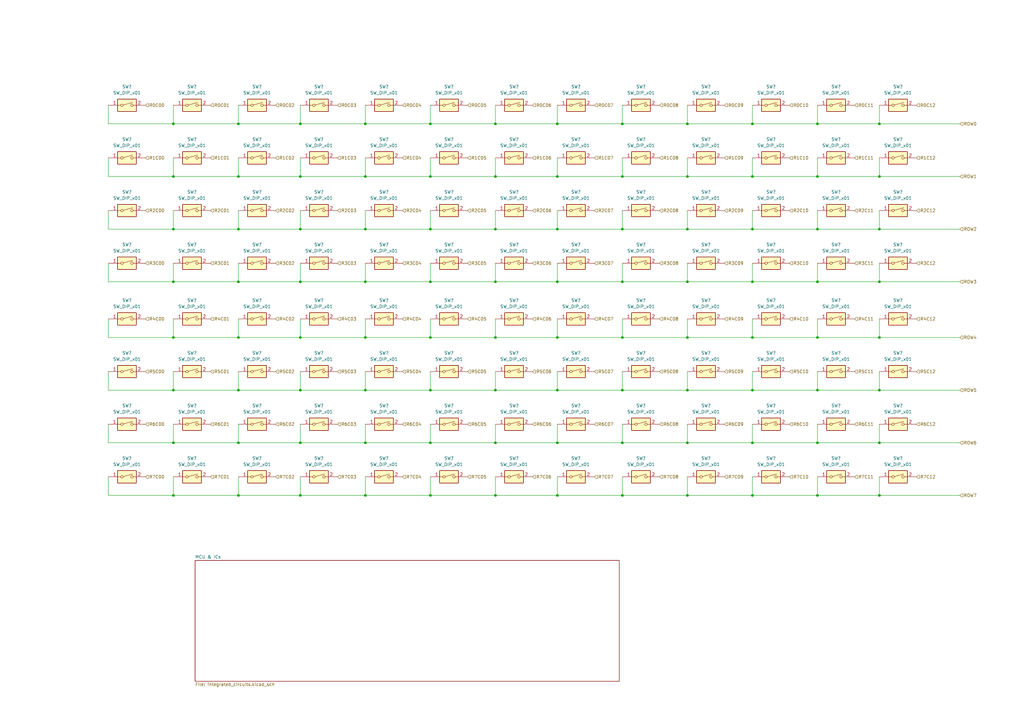
<source format=kicad_sch>
(kicad_sch (version 20211123) (generator eeschema)
  (paper "A3")
  (lib_symbols
    (symbol "Switch:SW_DIP_x01" (pin_names (offset 0) hide)
      (property "Reference" "SW" (at 0 3.81 0))
      (property "Value" "SW_DIP_x01" (at 0 -3.81 0))
      (symbol "SW_DIP_x01_0_0"
        (circle (center -2.032 0) (radius 0.508))
        (polyline (pts (xy -1.524 0.127) (xy 2.3622 1.1684)))
        (circle (center 2.032 0) (radius 0.508))
      )
      (symbol "SW_DIP_x01_0_1"
        (rectangle (start -3.81 2.54) (end 3.81 -2.54) (stroke (width 0.254)) (fill (type background)))
      )
      (symbol "SW_DIP_x01_1_1"
        (pin passive line (at -7.62 0 0) (length 5.08) (name "~") (number "1"))
        (pin passive line (at 7.62 0 180) (length 5.08) (name "~") (number "2"))
      )
    )
  )
  (junction (at 255.27 115.57))
  (junction (at 71.12 50.8))
  (junction (at 255.27 203.2))
  (junction (at 255.27 50.8))
  (junction (at 149.86 93.98))
  (junction (at 228.6 115.57))
  (junction (at 176.53 115.57))
  (junction (at 228.6 181.61))
  (junction (at 308.61 160.02))
  (junction (at 176.53 93.98))
  (junction (at 97.79 160.02))
  (junction (at 360.68 203.2))
  (junction (at 335.28 181.61))
  (junction (at 308.61 72.39))
  (junction (at 203.2 115.57))
  (junction (at 203.2 50.8))
  (junction (at 123.19 72.39))
  (junction (at 335.28 115.57))
  (junction (at 123.19 93.98))
  (junction (at 228.6 138.43))
  (junction (at 360.68 93.98))
  (junction (at 360.68 72.39))
  (junction (at 228.6 50.8))
  (junction (at 149.86 72.39))
  (junction (at 71.12 115.57))
  (junction (at 281.94 160.02))
  (junction (at 176.53 181.61))
  (junction (at 360.68 160.02))
  (junction (at 308.61 93.98))
  (junction (at 123.19 181.61))
  (junction (at 335.28 160.02))
  (junction (at 335.28 203.2))
  (junction (at 281.94 138.43))
  (junction (at 71.12 203.2))
  (junction (at 71.12 138.43))
  (junction (at 281.94 72.39))
  (junction (at 97.79 93.98))
  (junction (at 97.79 50.8))
  (junction (at 335.28 50.8))
  (junction (at 176.53 72.39))
  (junction (at 308.61 181.61))
  (junction (at 203.2 93.98))
  (junction (at 97.79 72.39))
  (junction (at 123.19 160.02))
  (junction (at 281.94 115.57))
  (junction (at 203.2 203.2))
  (junction (at 281.94 50.8))
  (junction (at 308.61 203.2))
  (junction (at 149.86 138.43))
  (junction (at 149.86 50.8))
  (junction (at 176.53 50.8))
  (junction (at 281.94 93.98))
  (junction (at 71.12 93.98))
  (junction (at 71.12 160.02))
  (junction (at 228.6 72.39))
  (junction (at 149.86 203.2))
  (junction (at 123.19 50.8))
  (junction (at 97.79 203.2))
  (junction (at 255.27 72.39))
  (junction (at 255.27 93.98))
  (junction (at 71.12 72.39))
  (junction (at 123.19 138.43))
  (junction (at 255.27 160.02))
  (junction (at 228.6 160.02))
  (junction (at 335.28 93.98))
  (junction (at 308.61 115.57))
  (junction (at 123.19 115.57))
  (junction (at 176.53 160.02))
  (junction (at 97.79 181.61))
  (junction (at 281.94 203.2))
  (junction (at 176.53 203.2))
  (junction (at 149.86 160.02))
  (junction (at 255.27 181.61))
  (junction (at 335.28 72.39))
  (junction (at 360.68 50.8))
  (junction (at 308.61 50.8))
  (junction (at 335.28 138.43))
  (junction (at 97.79 115.57))
  (junction (at 203.2 138.43))
  (junction (at 360.68 138.43))
  (junction (at 149.86 181.61))
  (junction (at 149.86 115.57))
  (junction (at 176.53 138.43))
  (junction (at 360.68 115.57))
  (junction (at 123.19 203.2))
  (junction (at 97.79 138.43))
  (junction (at 71.12 181.61))
  (junction (at 228.6 93.98))
  (junction (at 203.2 181.61))
  (junction (at 228.6 203.2))
  (junction (at 255.27 138.43))
  (junction (at 281.94 181.61))
  (junction (at 308.61 138.43))
  (junction (at 360.68 181.61))
  (junction (at 203.2 160.02))
  (junction (at 203.2 72.39))
  (wire (pts (xy 360.68 160.02) (xy 393.7 160.02)))
  (wire (pts (xy 360.68 152.4) (xy 360.68 160.02)))
  (wire (pts (xy 123.19 203.2) (xy 149.86 203.2)))
  (wire (pts (xy 176.53 160.02) (xy 203.2 160.02)))
  (wire (pts (xy 308.61 195.58) (xy 308.61 203.2)))
  (wire (pts (xy 360.68 203.2) (xy 393.7 203.2)))
  (wire (pts (xy 255.27 72.39) (xy 281.94 72.39)))
  (wire (pts (xy 71.12 181.61) (xy 97.79 181.61)))
  (wire (pts (xy 255.27 64.77) (xy 255.27 72.39)))
  (wire (pts (xy 255.27 160.02) (xy 281.94 160.02)))
  (wire (pts (xy 123.19 195.58) (xy 123.19 203.2)))
  (wire (pts (xy 203.2 115.57) (xy 228.6 115.57)))
  (wire (pts (xy 228.6 43.18) (xy 228.6 50.8)))
  (wire (pts (xy 308.61 115.57) (xy 335.28 115.57)))
  (wire (pts (xy 360.68 50.8) (xy 393.7 50.8)))
  (wire (pts (xy 335.28 43.18) (xy 335.28 50.8)))
  (wire (pts (xy 335.28 203.2) (xy 360.68 203.2)))
  (wire (pts (xy 71.12 203.2) (xy 97.79 203.2)))
  (wire (pts (xy 255.27 195.58) (xy 255.27 203.2)))
  (wire (pts (xy 203.2 203.2) (xy 228.6 203.2)))
  (wire (pts (xy 360.68 115.57) (xy 393.7 115.57)))
  (wire (pts (xy 44.45 203.2) (xy 71.12 203.2)))
  (wire (pts (xy 44.45 72.39) (xy 71.12 72.39)))
  (wire (pts (xy 255.27 43.18) (xy 255.27 50.8)))
  (wire (pts (xy 281.94 203.2) (xy 308.61 203.2)))
  (wire (pts (xy 335.28 173.99) (xy 335.28 181.61)))
  (wire (pts (xy 123.19 181.61) (xy 149.86 181.61)))
  (wire (pts (xy 281.94 115.57) (xy 308.61 115.57)))
  (wire (pts (xy 149.86 43.18) (xy 149.86 50.8)))
  (wire (pts (xy 360.68 93.98) (xy 393.7 93.98)))
  (wire (pts (xy 71.12 64.77) (xy 71.12 72.39)))
  (wire (pts (xy 44.45 181.61) (xy 71.12 181.61)))
  (wire (pts (xy 97.79 93.98) (xy 123.19 93.98)))
  (wire (pts (xy 308.61 64.77) (xy 308.61 72.39)))
  (wire (pts (xy 360.68 43.18) (xy 360.68 50.8)))
  (wire (pts (xy 97.79 86.36) (xy 97.79 93.98)))
  (wire (pts (xy 44.45 152.4) (xy 44.45 160.02)))
  (wire (pts (xy 281.94 93.98) (xy 308.61 93.98)))
  (wire (pts (xy 176.53 138.43) (xy 203.2 138.43)))
  (wire (pts (xy 44.45 138.43) (xy 71.12 138.43)))
  (wire (pts (xy 203.2 152.4) (xy 203.2 160.02)))
  (wire (pts (xy 71.12 107.95) (xy 71.12 115.57)))
  (wire (pts (xy 71.12 152.4) (xy 71.12 160.02)))
  (wire (pts (xy 255.27 138.43) (xy 281.94 138.43)))
  (wire (pts (xy 281.94 152.4) (xy 281.94 160.02)))
  (wire (pts (xy 228.6 160.02) (xy 255.27 160.02)))
  (wire (pts (xy 97.79 181.61) (xy 123.19 181.61)))
  (wire (pts (xy 228.6 115.57) (xy 255.27 115.57)))
  (wire (pts (xy 123.19 107.95) (xy 123.19 115.57)))
  (wire (pts (xy 308.61 181.61) (xy 335.28 181.61)))
  (wire (pts (xy 335.28 195.58) (xy 335.28 203.2)))
  (wire (pts (xy 228.6 72.39) (xy 255.27 72.39)))
  (wire (pts (xy 97.79 173.99) (xy 97.79 181.61)))
  (wire (pts (xy 149.86 72.39) (xy 176.53 72.39)))
  (wire (pts (xy 176.53 115.57) (xy 203.2 115.57)))
  (wire (pts (xy 149.86 138.43) (xy 176.53 138.43)))
  (wire (pts (xy 335.28 50.8) (xy 360.68 50.8)))
  (wire (pts (xy 203.2 64.77) (xy 203.2 72.39)))
  (wire (pts (xy 308.61 160.02) (xy 335.28 160.02)))
  (wire (pts (xy 335.28 64.77) (xy 335.28 72.39)))
  (wire (pts (xy 228.6 138.43) (xy 255.27 138.43)))
  (wire (pts (xy 176.53 173.99) (xy 176.53 181.61)))
  (wire (pts (xy 176.53 203.2) (xy 203.2 203.2)))
  (wire (pts (xy 203.2 72.39) (xy 228.6 72.39)))
  (wire (pts (xy 281.94 50.8) (xy 308.61 50.8)))
  (wire (pts (xy 149.86 152.4) (xy 149.86 160.02)))
  (wire (pts (xy 255.27 107.95) (xy 255.27 115.57)))
  (wire (pts (xy 360.68 173.99) (xy 360.68 181.61)))
  (wire (pts (xy 176.53 43.18) (xy 176.53 50.8)))
  (wire (pts (xy 281.94 195.58) (xy 281.94 203.2)))
  (wire (pts (xy 281.94 43.18) (xy 281.94 50.8)))
  (wire (pts (xy 44.45 160.02) (xy 71.12 160.02)))
  (wire (pts (xy 123.19 115.57) (xy 149.86 115.57)))
  (wire (pts (xy 44.45 115.57) (xy 71.12 115.57)))
  (wire (pts (xy 228.6 203.2) (xy 255.27 203.2)))
  (wire (pts (xy 97.79 203.2) (xy 123.19 203.2)))
  (wire (pts (xy 176.53 130.81) (xy 176.53 138.43)))
  (wire (pts (xy 308.61 107.95) (xy 308.61 115.57)))
  (wire (pts (xy 44.45 173.99) (xy 44.45 181.61)))
  (wire (pts (xy 176.53 152.4) (xy 176.53 160.02)))
  (wire (pts (xy 149.86 130.81) (xy 149.86 138.43)))
  (wire (pts (xy 335.28 107.95) (xy 335.28 115.57)))
  (wire (pts (xy 281.94 160.02) (xy 308.61 160.02)))
  (wire (pts (xy 176.53 107.95) (xy 176.53 115.57)))
  (wire (pts (xy 203.2 86.36) (xy 203.2 93.98)))
  (wire (pts (xy 360.68 138.43) (xy 393.7 138.43)))
  (wire (pts (xy 149.86 64.77) (xy 149.86 72.39)))
  (wire (pts (xy 335.28 72.39) (xy 360.68 72.39)))
  (wire (pts (xy 123.19 86.36) (xy 123.19 93.98)))
  (wire (pts (xy 203.2 195.58) (xy 203.2 203.2)))
  (wire (pts (xy 71.12 130.81) (xy 71.12 138.43)))
  (wire (pts (xy 97.79 152.4) (xy 97.79 160.02)))
  (wire (pts (xy 149.86 115.57) (xy 176.53 115.57)))
  (wire (pts (xy 281.94 64.77) (xy 281.94 72.39)))
  (wire (pts (xy 44.45 43.18) (xy 44.45 50.8)))
  (wire (pts (xy 203.2 181.61) (xy 228.6 181.61)))
  (wire (pts (xy 335.28 86.36) (xy 335.28 93.98)))
  (wire (pts (xy 176.53 64.77) (xy 176.53 72.39)))
  (wire (pts (xy 360.68 64.77) (xy 360.68 72.39)))
  (wire (pts (xy 123.19 64.77) (xy 123.19 72.39)))
  (wire (pts (xy 360.68 181.61) (xy 393.7 181.61)))
  (wire (pts (xy 97.79 195.58) (xy 97.79 203.2)))
  (wire (pts (xy 228.6 195.58) (xy 228.6 203.2)))
  (wire (pts (xy 71.12 50.8) (xy 97.79 50.8)))
  (wire (pts (xy 176.53 50.8) (xy 203.2 50.8)))
  (wire (pts (xy 71.12 195.58) (xy 71.12 203.2)))
  (wire (pts (xy 149.86 203.2) (xy 176.53 203.2)))
  (wire (pts (xy 44.45 64.77) (xy 44.45 72.39)))
  (wire (pts (xy 71.12 173.99) (xy 71.12 181.61)))
  (wire (pts (xy 228.6 152.4) (xy 228.6 160.02)))
  (wire (pts (xy 44.45 50.8) (xy 71.12 50.8)))
  (wire (pts (xy 228.6 86.36) (xy 228.6 93.98)))
  (wire (pts (xy 149.86 181.61) (xy 176.53 181.61)))
  (wire (pts (xy 203.2 43.18) (xy 203.2 50.8)))
  (wire (pts (xy 123.19 93.98) (xy 149.86 93.98)))
  (wire (pts (xy 308.61 86.36) (xy 308.61 93.98)))
  (wire (pts (xy 308.61 93.98) (xy 335.28 93.98)))
  (wire (pts (xy 97.79 107.95) (xy 97.79 115.57)))
  (wire (pts (xy 97.79 72.39) (xy 123.19 72.39)))
  (wire (pts (xy 228.6 64.77) (xy 228.6 72.39)))
  (wire (pts (xy 281.94 138.43) (xy 308.61 138.43)))
  (wire (pts (xy 203.2 107.95) (xy 203.2 115.57)))
  (wire (pts (xy 44.45 93.98) (xy 71.12 93.98)))
  (wire (pts (xy 97.79 138.43) (xy 123.19 138.43)))
  (wire (pts (xy 335.28 181.61) (xy 360.68 181.61)))
  (wire (pts (xy 335.28 115.57) (xy 360.68 115.57)))
  (wire (pts (xy 123.19 138.43) (xy 149.86 138.43)))
  (wire (pts (xy 97.79 50.8) (xy 123.19 50.8)))
  (wire (pts (xy 71.12 160.02) (xy 97.79 160.02)))
  (wire (pts (xy 176.53 195.58) (xy 176.53 203.2)))
  (wire (pts (xy 149.86 50.8) (xy 176.53 50.8)))
  (wire (pts (xy 228.6 93.98) (xy 255.27 93.98)))
  (wire (pts (xy 360.68 130.81) (xy 360.68 138.43)))
  (wire (pts (xy 308.61 43.18) (xy 308.61 50.8)))
  (wire (pts (xy 308.61 138.43) (xy 335.28 138.43)))
  (wire (pts (xy 44.45 107.95) (xy 44.45 115.57)))
  (wire (pts (xy 149.86 195.58) (xy 149.86 203.2)))
  (wire (pts (xy 71.12 86.36) (xy 71.12 93.98)))
  (wire (pts (xy 360.68 107.95) (xy 360.68 115.57)))
  (wire (pts (xy 281.94 107.95) (xy 281.94 115.57)))
  (wire (pts (xy 203.2 93.98) (xy 228.6 93.98)))
  (wire (pts (xy 149.86 86.36) (xy 149.86 93.98)))
  (wire (pts (xy 149.86 93.98) (xy 176.53 93.98)))
  (wire (pts (xy 97.79 130.81) (xy 97.79 138.43)))
  (wire (pts (xy 97.79 160.02) (xy 123.19 160.02)))
  (wire (pts (xy 360.68 72.39) (xy 393.7 72.39)))
  (wire (pts (xy 335.28 152.4) (xy 335.28 160.02)))
  (wire (pts (xy 308.61 173.99) (xy 308.61 181.61)))
  (wire (pts (xy 255.27 115.57) (xy 281.94 115.57)))
  (wire (pts (xy 123.19 72.39) (xy 149.86 72.39)))
  (wire (pts (xy 203.2 173.99) (xy 203.2 181.61)))
  (wire (pts (xy 255.27 181.61) (xy 281.94 181.61)))
  (wire (pts (xy 255.27 203.2) (xy 281.94 203.2)))
  (wire (pts (xy 308.61 203.2) (xy 335.28 203.2)))
  (wire (pts (xy 176.53 86.36) (xy 176.53 93.98)))
  (wire (pts (xy 44.45 86.36) (xy 44.45 93.98)))
  (wire (pts (xy 335.28 138.43) (xy 360.68 138.43)))
  (wire (pts (xy 123.19 152.4) (xy 123.19 160.02)))
  (wire (pts (xy 149.86 160.02) (xy 176.53 160.02)))
  (wire (pts (xy 71.12 115.57) (xy 97.79 115.57)))
  (wire (pts (xy 281.94 130.81) (xy 281.94 138.43)))
  (wire (pts (xy 360.68 86.36) (xy 360.68 93.98)))
  (wire (pts (xy 255.27 152.4) (xy 255.27 160.02)))
  (wire (pts (xy 123.19 50.8) (xy 149.86 50.8)))
  (wire (pts (xy 203.2 50.8) (xy 228.6 50.8)))
  (wire (pts (xy 149.86 173.99) (xy 149.86 181.61)))
  (wire (pts (xy 308.61 152.4) (xy 308.61 160.02)))
  (wire (pts (xy 149.86 107.95) (xy 149.86 115.57)))
  (wire (pts (xy 335.28 93.98) (xy 360.68 93.98)))
  (wire (pts (xy 97.79 115.57) (xy 123.19 115.57)))
  (wire (pts (xy 281.94 72.39) (xy 308.61 72.39)))
  (wire (pts (xy 228.6 130.81) (xy 228.6 138.43)))
  (wire (pts (xy 255.27 50.8) (xy 281.94 50.8)))
  (wire (pts (xy 203.2 160.02) (xy 228.6 160.02)))
  (wire (pts (xy 176.53 181.61) (xy 203.2 181.61)))
  (wire (pts (xy 281.94 86.36) (xy 281.94 93.98)))
  (wire (pts (xy 97.79 64.77) (xy 97.79 72.39)))
  (wire (pts (xy 71.12 93.98) (xy 97.79 93.98)))
  (wire (pts (xy 255.27 173.99) (xy 255.27 181.61)))
  (wire (pts (xy 123.19 130.81) (xy 123.19 138.43)))
  (wire (pts (xy 308.61 130.81) (xy 308.61 138.43)))
  (wire (pts (xy 335.28 130.81) (xy 335.28 138.43)))
  (wire (pts (xy 97.79 43.18) (xy 97.79 50.8)))
  (wire (pts (xy 228.6 173.99) (xy 228.6 181.61)))
  (wire (pts (xy 176.53 72.39) (xy 203.2 72.39)))
  (wire (pts (xy 228.6 50.8) (xy 255.27 50.8)))
  (wire (pts (xy 71.12 138.43) (xy 97.79 138.43)))
  (wire (pts (xy 281.94 173.99) (xy 281.94 181.61)))
  (wire (pts (xy 44.45 195.58) (xy 44.45 203.2)))
  (wire (pts (xy 123.19 160.02) (xy 149.86 160.02)))
  (wire (pts (xy 255.27 93.98) (xy 281.94 93.98)))
  (wire (pts (xy 308.61 72.39) (xy 335.28 72.39)))
  (wire (pts (xy 44.45 130.81) (xy 44.45 138.43)))
  (wire (pts (xy 123.19 173.99) (xy 123.19 181.61)))
  (wire (pts (xy 255.27 130.81) (xy 255.27 138.43)))
  (wire (pts (xy 176.53 93.98) (xy 203.2 93.98)))
  (wire (pts (xy 71.12 72.39) (xy 97.79 72.39)))
  (wire (pts (xy 228.6 181.61) (xy 255.27 181.61)))
  (wire (pts (xy 255.27 86.36) (xy 255.27 93.98)))
  (wire (pts (xy 203.2 138.43) (xy 228.6 138.43)))
  (wire (pts (xy 203.2 130.81) (xy 203.2 138.43)))
  (wire (pts (xy 228.6 107.95) (xy 228.6 115.57)))
  (wire (pts (xy 335.28 160.02) (xy 360.68 160.02)))
  (wire (pts (xy 281.94 181.61) (xy 308.61 181.61)))
  (wire (pts (xy 123.19 43.18) (xy 123.19 50.8)))
  (wire (pts (xy 308.61 50.8) (xy 335.28 50.8)))
  (wire (pts (xy 360.68 195.58) (xy 360.68 203.2)))
  (wire (pts (xy 71.12 43.18) (xy 71.12 50.8)))
  (hierarchical_label "R2C08" (shape input) (at 270.51 86.36 0))
  (hierarchical_label "R4C03" (shape input) (at 138.43 130.81 0))
  (hierarchical_label "R4C12" (shape input) (at 375.92 130.81 0))
  (hierarchical_label "ROW4" (shape input) (at 393.7 138.43 0))
  (hierarchical_label "R0C05" (shape input) (at 191.77 43.18 0))
  (hierarchical_label "R2C11" (shape input) (at 350.52 86.36 0))
  (hierarchical_label "R0C10" (shape input) (at 323.85 43.18 0))
  (hierarchical_label "R5C02" (shape input) (at 113.03 152.4 0))
  (hierarchical_label "R0C06" (shape input) (at 218.44 43.18 0))
  (hierarchical_label "R2C09" (shape input) (at 297.18 86.36 0))
  (hierarchical_label "R6C06" (shape input) (at 218.44 173.99 0))
  (hierarchical_label "R5C10" (shape input) (at 323.85 152.4 0))
  (hierarchical_label "R7C02" (shape input) (at 113.03 195.58 0))
  (hierarchical_label "R0C11" (shape input) (at 350.52 43.18 0))
  (hierarchical_label "R6C00" (shape input) (at 59.69 173.99 0))
  (hierarchical_label "R2C12" (shape input) (at 375.92 86.36 0))
  (hierarchical_label "R6C05" (shape input) (at 191.77 173.99 0))
  (hierarchical_label "R7C07" (shape input) (at 243.84 195.58 0))
  (hierarchical_label "R2C04" (shape input) (at 165.1 86.36 0))
  (hierarchical_label "R7C10" (shape input) (at 323.85 195.58 0))
  (hierarchical_label "R1C02" (shape input) (at 113.03 64.77 0))
  (hierarchical_label "R7C12" (shape input) (at 375.92 195.58 0))
  (hierarchical_label "R6C04" (shape input) (at 165.1 173.99 0))
  (hierarchical_label "R3C10" (shape input) (at 323.85 107.95 0))
  (hierarchical_label "R4C04" (shape input) (at 165.1 130.81 0))
  (hierarchical_label "R3C06" (shape input) (at 218.44 107.95 0))
  (hierarchical_label "R3C02" (shape input) (at 113.03 107.95 0))
  (hierarchical_label "R4C09" (shape input) (at 297.18 130.81 0))
  (hierarchical_label "R4C05" (shape input) (at 191.77 130.81 0))
  (hierarchical_label "R7C00" (shape input) (at 59.69 195.58 0))
  (hierarchical_label "R0C12" (shape input) (at 375.92 43.18 0))
  (hierarchical_label "R1C00" (shape input) (at 59.69 64.77 0))
  (hierarchical_label "R3C12" (shape input) (at 375.92 107.95 0))
  (hierarchical_label "R0C00" (shape input) (at 59.69 43.18 0))
  (hierarchical_label "R7C04" (shape input) (at 165.1 195.58 0))
  (hierarchical_label "R6C10" (shape input) (at 323.85 173.99 0))
  (hierarchical_label "R3C01" (shape input) (at 86.36 107.95 0))
  (hierarchical_label "R1C05" (shape input) (at 191.77 64.77 0))
  (hierarchical_label "R3C08" (shape input) (at 270.51 107.95 0))
  (hierarchical_label "R7C05" (shape input) (at 191.77 195.58 0))
  (hierarchical_label "R1C04" (shape input) (at 165.1 64.77 0))
  (hierarchical_label "R1C08" (shape input) (at 270.51 64.77 0))
  (hierarchical_label "R5C11" (shape input) (at 350.52 152.4 0))
  (hierarchical_label "R1C01" (shape input) (at 86.36 64.77 0))
  (hierarchical_label "R5C09" (shape input) (at 297.18 152.4 0))
  (hierarchical_label "R7C01" (shape input) (at 86.36 195.58 0))
  (hierarchical_label "R1C09" (shape input) (at 297.18 64.77 0))
  (hierarchical_label "R3C09" (shape input) (at 297.18 107.95 0))
  (hierarchical_label "R5C01" (shape input) (at 86.36 152.4 0))
  (hierarchical_label "R0C09" (shape input) (at 297.18 43.18 0))
  (hierarchical_label "R0C04" (shape input) (at 165.1 43.18 0))
  (hierarchical_label "ROW3" (shape input) (at 393.7 115.57 0))
  (hierarchical_label "R0C02" (shape input) (at 113.03 43.18 0))
  (hierarchical_label "R2C02" (shape input) (at 113.03 86.36 0))
  (hierarchical_label "R7C08" (shape input) (at 270.51 195.58 0))
  (hierarchical_label "R5C12" (shape input) (at 375.92 152.4 0))
  (hierarchical_label "R0C08" (shape input) (at 270.51 43.18 0))
  (hierarchical_label "R5C03" (shape input) (at 138.43 152.4 0))
  (hierarchical_label "R7C11" (shape input) (at 350.52 195.58 0))
  (hierarchical_label "R3C03" (shape input) (at 138.43 107.95 0))
  (hierarchical_label "R6C02" (shape input) (at 113.03 173.99 0))
  (hierarchical_label "R6C07" (shape input) (at 243.84 173.99 0))
  (hierarchical_label "R4C00" (shape input) (at 59.69 130.81 0))
  (hierarchical_label "R6C03" (shape input) (at 138.43 173.99 0))
  (hierarchical_label "R3C00" (shape input) (at 59.69 107.95 0))
  (hierarchical_label "ROW0" (shape input) (at 393.7 50.8 0))
  (hierarchical_label "R7C03" (shape input) (at 138.43 195.58 0))
  (hierarchical_label "R2C00" (shape input) (at 59.69 86.36 0))
  (hierarchical_label "R3C07" (shape input) (at 243.84 107.95 0))
  (hierarchical_label "R4C08" (shape input) (at 270.51 130.81 0))
  (hierarchical_label "R1C06" (shape input) (at 218.44 64.77 0))
  (hierarchical_label "ROW2" (shape input) (at 393.7 93.98 0))
  (hierarchical_label "R4C10" (shape input) (at 323.85 130.81 0))
  (hierarchical_label "R7C09" (shape input) (at 297.18 195.58 0))
  (hierarchical_label "R2C01" (shape input) (at 86.36 86.36 0))
  (hierarchical_label "R2C06" (shape input) (at 218.44 86.36 0))
  (hierarchical_label "R5C05" (shape input) (at 191.77 152.4 0))
  (hierarchical_label "R6C09" (shape input) (at 297.18 173.99 0))
  (hierarchical_label "R6C12" (shape input) (at 375.92 173.99 0))
  (hierarchical_label "R0C01" (shape input) (at 86.36 43.18 0))
  (hierarchical_label "R6C08" (shape input) (at 270.51 173.99 0))
  (hierarchical_label "R2C07" (shape input) (at 243.84 86.36 0))
  (hierarchical_label "R0C07" (shape input) (at 243.84 43.18 0))
  (hierarchical_label "R5C07" (shape input) (at 243.84 152.4 0))
  (hierarchical_label "R4C06" (shape input) (at 218.44 130.81 0))
  (hierarchical_label "R4C02" (shape input) (at 113.03 130.81 0))
  (hierarchical_label "R5C04" (shape input) (at 165.1 152.4 0))
  (hierarchical_label "R1C11" (shape input) (at 350.52 64.77 0))
  (hierarchical_label "R5C00" (shape input) (at 59.69 152.4 0))
  (hierarchical_label "R4C07" (shape input) (at 243.84 130.81 0))
  (hierarchical_label "R6C11" (shape input) (at 350.52 173.99 0))
  (hierarchical_label "R2C05" (shape input) (at 191.77 86.36 0))
  (hierarchical_label "R2C03" (shape input) (at 138.43 86.36 0))
  (hierarchical_label "ROW6" (shape input) (at 393.7 181.61 0))
  (hierarchical_label "R1C12" (shape input) (at 375.92 64.77 0))
  (hierarchical_label "R4C01" (shape input) (at 86.36 130.81 0))
  (hierarchical_label "ROW5" (shape input) (at 393.7 160.02 0))
  (hierarchical_label "R1C03" (shape input) (at 138.43 64.77 0))
  (hierarchical_label "R7C06" (shape input) (at 218.44 195.58 0))
  (hierarchical_label "R3C11" (shape input) (at 350.52 107.95 0))
  (hierarchical_label "R5C06" (shape input) (at 218.44 152.4 0))
  (hierarchical_label "R4C11" (shape input) (at 350.52 130.81 0))
  (hierarchical_label "R6C01" (shape input) (at 86.36 173.99 0))
  (hierarchical_label "R3C04" (shape input) (at 165.1 107.95 0))
  (hierarchical_label "ROW1" (shape input) (at 393.7 72.39 0))
  (hierarchical_label "R1C10" (shape input) (at 323.85 64.77 0))
  (hierarchical_label "R5C08" (shape input) (at 270.51 152.4 0))
  (hierarchical_label "R0C03" (shape input) (at 138.43 43.18 0))
  (hierarchical_label "R3C05" (shape input) (at 191.77 107.95 0))
  (hierarchical_label "ROW7" (shape input) (at 393.7 203.2 0))
  (hierarchical_label "R1C07" (shape input) (at 243.84 64.77 0))
  (hierarchical_label "R2C10" (shape input) (at 323.85 86.36 0))
  (symbol (lib_id "Switch:SW_DIP_x01") (at 262.89 195.58 0) (unit 1)
    (property "Reference" "SW?" (at 262.89 187.96 0))
    (property "Value" "SW_DIP_x01" (at 262.89 190.5 0))
  )
  (symbol (lib_id "Switch:SW_DIP_x01") (at 130.81 195.58 0) (unit 1)
    (property "Reference" "SW?" (at 130.81 187.96 0))
    (property "Value" "SW_DIP_x01" (at 130.81 190.5 0))
  )
  (symbol (lib_id "Switch:SW_DIP_x01") (at 342.9 173.99 0) (unit 1)
    (property "Reference" "SW?" (at 342.9 166.37 0))
    (property "Value" "SW_DIP_x01" (at 342.9 168.91 0))
  )
  (symbol (lib_id "Switch:SW_DIP_x01") (at 236.22 195.58 0) (unit 1)
    (property "Reference" "SW?" (at 236.22 187.96 0))
    (property "Value" "SW_DIP_x01" (at 236.22 190.5 0))
  )
  (symbol (lib_id "Switch:SW_DIP_x01") (at 78.74 152.4 0) (unit 1)
    (property "Reference" "SW?" (at 78.74 144.78 0))
    (property "Value" "SW_DIP_x01" (at 78.74 147.32 0))
  )
  (symbol (lib_id "Switch:SW_DIP_x01") (at 289.56 43.18 0) (unit 1)
    (property "Reference" "SW?" (at 289.56 35.56 0))
    (property "Value" "SW_DIP_x01" (at 289.56 38.1 0))
  )
  (symbol (lib_id "Switch:SW_DIP_x01") (at 210.82 64.77 0) (unit 1)
    (property "Reference" "SW?" (at 210.82 57.15 0))
    (property "Value" "SW_DIP_x01" (at 210.82 59.69 0))
  )
  (symbol (lib_id "Switch:SW_DIP_x01") (at 289.56 64.77 0) (unit 1)
    (property "Reference" "SW?" (at 289.56 57.15 0))
    (property "Value" "SW_DIP_x01" (at 289.56 59.69 0))
  )
  (symbol (lib_id "Switch:SW_DIP_x01") (at 157.48 86.36 0) (unit 1)
    (property "Reference" "SW?" (at 157.48 78.74 0))
    (property "Value" "SW_DIP_x01" (at 157.48 81.28 0))
  )
  (symbol (lib_id "Switch:SW_DIP_x01") (at 105.41 64.77 0) (unit 1)
    (property "Reference" "SW?" (at 105.41 57.15 0))
    (property "Value" "SW_DIP_x01" (at 105.41 59.69 0))
  )
  (symbol (lib_id "Switch:SW_DIP_x01") (at 210.82 86.36 0) (unit 1)
    (property "Reference" "SW?" (at 210.82 78.74 0))
    (property "Value" "SW_DIP_x01" (at 210.82 81.28 0))
  )
  (symbol (lib_id "Switch:SW_DIP_x01") (at 157.48 152.4 0) (unit 1)
    (property "Reference" "SW?" (at 157.48 144.78 0))
    (property "Value" "SW_DIP_x01" (at 157.48 147.32 0))
  )
  (symbol (lib_id "Switch:SW_DIP_x01") (at 184.15 152.4 0) (unit 1)
    (property "Reference" "SW?" (at 184.15 144.78 0))
    (property "Value" "SW_DIP_x01" (at 184.15 147.32 0))
  )
  (symbol (lib_id "Switch:SW_DIP_x01") (at 316.23 195.58 0) (unit 1)
    (property "Reference" "SW?" (at 316.23 187.96 0))
    (property "Value" "SW_DIP_x01" (at 316.23 190.5 0))
  )
  (symbol (lib_id "Switch:SW_DIP_x01") (at 52.07 107.95 0) (unit 1)
    (property "Reference" "SW?" (at 52.07 100.33 0))
    (property "Value" "SW_DIP_x01" (at 52.07 102.87 0))
  )
  (symbol (lib_id "Switch:SW_DIP_x01") (at 316.23 86.36 0) (unit 1)
    (property "Reference" "SW?" (at 316.23 78.74 0))
    (property "Value" "SW_DIP_x01" (at 316.23 81.28 0))
  )
  (symbol (lib_id "Switch:SW_DIP_x01") (at 157.48 43.18 0) (unit 1)
    (property "Reference" "SW?" (at 157.48 35.56 0))
    (property "Value" "SW_DIP_x01" (at 157.48 38.1 0))
  )
  (symbol (lib_id "Switch:SW_DIP_x01") (at 342.9 195.58 0) (unit 1)
    (property "Reference" "SW?" (at 342.9 187.96 0))
    (property "Value" "SW_DIP_x01" (at 342.9 190.5 0))
  )
  (symbol (lib_id "Switch:SW_DIP_x01") (at 157.48 130.81 0) (unit 1)
    (property "Reference" "SW?" (at 157.48 123.19 0))
    (property "Value" "SW_DIP_x01" (at 157.48 125.73 0))
  )
  (symbol (lib_id "Switch:SW_DIP_x01") (at 368.3 86.36 0) (unit 1)
    (property "Reference" "SW?" (at 368.3 78.74 0))
    (property "Value" "SW_DIP_x01" (at 368.3 81.28 0))
  )
  (symbol (lib_id "Switch:SW_DIP_x01") (at 78.74 64.77 0) (unit 1)
    (property "Reference" "SW?" (at 78.74 57.15 0))
    (property "Value" "SW_DIP_x01" (at 78.74 59.69 0))
  )
  (symbol (lib_id "Switch:SW_DIP_x01") (at 368.3 130.81 0) (unit 1)
    (property "Reference" "SW?" (at 368.3 123.19 0))
    (property "Value" "SW_DIP_x01" (at 368.3 125.73 0))
  )
  (symbol (lib_id "Switch:SW_DIP_x01") (at 52.07 173.99 0) (unit 1)
    (property "Reference" "SW?" (at 52.07 166.37 0))
    (property "Value" "SW_DIP_x01" (at 52.07 168.91 0))
  )
  (symbol (lib_id "Switch:SW_DIP_x01") (at 157.48 173.99 0) (unit 1)
    (property "Reference" "SW?" (at 157.48 166.37 0))
    (property "Value" "SW_DIP_x01" (at 157.48 168.91 0))
  )
  (symbol (lib_id "Switch:SW_DIP_x01") (at 78.74 195.58 0) (unit 1)
    (property "Reference" "SW?" (at 78.74 187.96 0))
    (property "Value" "SW_DIP_x01" (at 78.74 190.5 0))
  )
  (symbol (lib_id "Switch:SW_DIP_x01") (at 262.89 107.95 0) (unit 1)
    (property "Reference" "SW?" (at 262.89 100.33 0))
    (property "Value" "SW_DIP_x01" (at 262.89 102.87 0))
  )
  (symbol (lib_id "Switch:SW_DIP_x01") (at 184.15 43.18 0) (unit 1)
    (property "Reference" "SW?" (at 184.15 35.56 0))
    (property "Value" "SW_DIP_x01" (at 184.15 38.1 0))
  )
  (symbol (lib_id "Switch:SW_DIP_x01") (at 289.56 173.99 0) (unit 1)
    (property "Reference" "SW?" (at 289.56 166.37 0))
    (property "Value" "SW_DIP_x01" (at 289.56 168.91 0))
  )
  (symbol (lib_id "Switch:SW_DIP_x01") (at 105.41 195.58 0) (unit 1)
    (property "Reference" "SW?" (at 105.41 187.96 0))
    (property "Value" "SW_DIP_x01" (at 105.41 190.5 0))
  )
  (symbol (lib_id "Switch:SW_DIP_x01") (at 316.23 43.18 0) (unit 1)
    (property "Reference" "SW?" (at 316.23 35.56 0))
    (property "Value" "SW_DIP_x01" (at 316.23 38.1 0))
  )
  (symbol (lib_id "Switch:SW_DIP_x01") (at 316.23 64.77 0) (unit 1)
    (property "Reference" "SW?" (at 316.23 57.15 0))
    (property "Value" "SW_DIP_x01" (at 316.23 59.69 0))
  )
  (symbol (lib_id "Switch:SW_DIP_x01") (at 342.9 43.18 0) (unit 1)
    (property "Reference" "SW?" (at 342.9 35.56 0))
    (property "Value" "SW_DIP_x01" (at 342.9 38.1 0))
  )
  (symbol (lib_id "Switch:SW_DIP_x01") (at 130.81 107.95 0) (unit 1)
    (property "Reference" "SW?" (at 130.81 100.33 0))
    (property "Value" "SW_DIP_x01" (at 130.81 102.87 0))
  )
  (symbol (lib_id "Switch:SW_DIP_x01") (at 130.81 64.77 0) (unit 1)
    (property "Reference" "SW?" (at 130.81 57.15 0))
    (property "Value" "SW_DIP_x01" (at 130.81 59.69 0))
  )
  (symbol (lib_id "Switch:SW_DIP_x01") (at 236.22 107.95 0) (unit 1)
    (property "Reference" "SW?" (at 236.22 100.33 0))
    (property "Value" "SW_DIP_x01" (at 236.22 102.87 0))
  )
  (symbol (lib_id "Switch:SW_DIP_x01") (at 78.74 173.99 0) (unit 1)
    (property "Reference" "SW?" (at 78.74 166.37 0))
    (property "Value" "SW_DIP_x01" (at 78.74 168.91 0))
  )
  (symbol (lib_id "Switch:SW_DIP_x01") (at 105.41 173.99 0) (unit 1)
    (property "Reference" "SW?" (at 105.41 166.37 0))
    (property "Value" "SW_DIP_x01" (at 105.41 168.91 0))
  )
  (symbol (lib_id "Switch:SW_DIP_x01") (at 342.9 152.4 0) (unit 1)
    (property "Reference" "SW?" (at 342.9 144.78 0))
    (property "Value" "SW_DIP_x01" (at 342.9 147.32 0))
  )
  (symbol (lib_id "Switch:SW_DIP_x01") (at 210.82 130.81 0) (unit 1)
    (property "Reference" "SW?" (at 210.82 123.19 0))
    (property "Value" "SW_DIP_x01" (at 210.82 125.73 0))
  )
  (symbol (lib_id "Switch:SW_DIP_x01") (at 289.56 86.36 0) (unit 1)
    (property "Reference" "SW?" (at 289.56 78.74 0))
    (property "Value" "SW_DIP_x01" (at 289.56 81.28 0))
  )
  (symbol (lib_id "Switch:SW_DIP_x01") (at 368.3 43.18 0) (unit 1)
    (property "Reference" "SW?" (at 368.3 35.56 0))
    (property "Value" "SW_DIP_x01" (at 368.3 38.1 0))
  )
  (symbol (lib_id "Switch:SW_DIP_x01") (at 289.56 130.81 0) (unit 1)
    (property "Reference" "SW?" (at 289.56 123.19 0))
    (property "Value" "SW_DIP_x01" (at 289.56 125.73 0))
  )
  (symbol (lib_id "Switch:SW_DIP_x01") (at 289.56 195.58 0) (unit 1)
    (property "Reference" "SW?" (at 289.56 187.96 0))
    (property "Value" "SW_DIP_x01" (at 289.56 190.5 0))
  )
  (symbol (lib_id "Switch:SW_DIP_x01") (at 105.41 43.18 0) (unit 1)
    (property "Reference" "SW?" (at 105.41 35.56 0))
    (property "Value" "SW_DIP_x01" (at 105.41 38.1 0))
  )
  (symbol (lib_id "Switch:SW_DIP_x01") (at 130.81 43.18 0) (unit 1)
    (property "Reference" "SW?" (at 130.81 35.56 0))
    (property "Value" "SW_DIP_x01" (at 130.81 38.1 0))
  )
  (symbol (lib_id "Switch:SW_DIP_x01") (at 105.41 152.4 0) (unit 1)
    (property "Reference" "SW?" (at 105.41 144.78 0))
    (property "Value" "SW_DIP_x01" (at 105.41 147.32 0))
  )
  (symbol (lib_id "Switch:SW_DIP_x01") (at 289.56 152.4 0) (unit 1)
    (property "Reference" "SW?" (at 289.56 144.78 0))
    (property "Value" "SW_DIP_x01" (at 289.56 147.32 0))
  )
  (symbol (lib_id "Switch:SW_DIP_x01") (at 52.07 64.77 0) (unit 1)
    (property "Reference" "SW?" (at 52.07 57.15 0))
    (property "Value" "SW_DIP_x01" (at 52.07 59.69 0))
  )
  (symbol (lib_id "Switch:SW_DIP_x01") (at 184.15 86.36 0) (unit 1)
    (property "Reference" "SW?" (at 184.15 78.74 0))
    (property "Value" "SW_DIP_x01" (at 184.15 81.28 0))
  )
  (symbol (lib_id "Switch:SW_DIP_x01") (at 184.15 173.99 0) (unit 1)
    (property "Reference" "SW?" (at 184.15 166.37 0))
    (property "Value" "SW_DIP_x01" (at 184.15 168.91 0))
  )
  (symbol (lib_id "Switch:SW_DIP_x01") (at 210.82 173.99 0) (unit 1)
    (property "Reference" "SW?" (at 210.82 166.37 0))
    (property "Value" "SW_DIP_x01" (at 210.82 168.91 0))
  )
  (symbol (lib_id "Switch:SW_DIP_x01") (at 184.15 64.77 0) (unit 1)
    (property "Reference" "SW?" (at 184.15 57.15 0))
    (property "Value" "SW_DIP_x01" (at 184.15 59.69 0))
  )
  (symbol (lib_id "Switch:SW_DIP_x01") (at 210.82 43.18 0) (unit 1)
    (property "Reference" "SW?" (at 210.82 35.56 0))
    (property "Value" "SW_DIP_x01" (at 210.82 38.1 0))
  )
  (symbol (lib_id "Switch:SW_DIP_x01") (at 368.3 64.77 0) (unit 1)
    (property "Reference" "SW?" (at 368.3 57.15 0))
    (property "Value" "SW_DIP_x01" (at 368.3 59.69 0))
  )
  (symbol (lib_id "Switch:SW_DIP_x01") (at 342.9 64.77 0) (unit 1)
    (property "Reference" "SW?" (at 342.9 57.15 0))
    (property "Value" "SW_DIP_x01" (at 342.9 59.69 0))
  )
  (symbol (lib_id "Switch:SW_DIP_x01") (at 184.15 195.58 0) (unit 1)
    (property "Reference" "SW?" (at 184.15 187.96 0))
    (property "Value" "SW_DIP_x01" (at 184.15 190.5 0))
  )
  (symbol (lib_id "Switch:SW_DIP_x01") (at 184.15 107.95 0) (unit 1)
    (property "Reference" "SW?" (at 184.15 100.33 0))
    (property "Value" "SW_DIP_x01" (at 184.15 102.87 0))
  )
  (symbol (lib_id "Switch:SW_DIP_x01") (at 342.9 86.36 0) (unit 1)
    (property "Reference" "SW?" (at 342.9 78.74 0))
    (property "Value" "SW_DIP_x01" (at 342.9 81.28 0))
  )
  (symbol (lib_id "Switch:SW_DIP_x01") (at 236.22 173.99 0) (unit 1)
    (property "Reference" "SW?" (at 236.22 166.37 0))
    (property "Value" "SW_DIP_x01" (at 236.22 168.91 0))
  )
  (symbol (lib_id "Switch:SW_DIP_x01") (at 289.56 107.95 0) (unit 1)
    (property "Reference" "SW?" (at 289.56 100.33 0))
    (property "Value" "SW_DIP_x01" (at 289.56 102.87 0))
  )
  (symbol (lib_id "Switch:SW_DIP_x01") (at 184.15 130.81 0) (unit 1)
    (property "Reference" "SW?" (at 184.15 123.19 0))
    (property "Value" "SW_DIP_x01" (at 184.15 125.73 0))
  )
  (symbol (lib_id "Switch:SW_DIP_x01") (at 262.89 173.99 0) (unit 1)
    (property "Reference" "SW?" (at 262.89 166.37 0))
    (property "Value" "SW_DIP_x01" (at 262.89 168.91 0))
  )
  (symbol (lib_id "Switch:SW_DIP_x01") (at 316.23 107.95 0) (unit 1)
    (property "Reference" "SW?" (at 316.23 100.33 0))
    (property "Value" "SW_DIP_x01" (at 316.23 102.87 0))
  )
  (symbol (lib_id "Switch:SW_DIP_x01") (at 262.89 130.81 0) (unit 1)
    (property "Reference" "SW?" (at 262.89 123.19 0))
    (property "Value" "SW_DIP_x01" (at 262.89 125.73 0))
  )
  (symbol (lib_id "Switch:SW_DIP_x01") (at 52.07 43.18 0) (unit 1)
    (property "Reference" "SW?" (at 52.07 35.56 0))
    (property "Value" "SW_DIP_x01" (at 52.07 38.1 0))
  )
  (symbol (lib_id "Switch:SW_DIP_x01") (at 130.81 130.81 0) (unit 1)
    (property "Reference" "SW?" (at 130.81 123.19 0))
    (property "Value" "SW_DIP_x01" (at 130.81 125.73 0))
  )
  (symbol (lib_id "Switch:SW_DIP_x01") (at 105.41 86.36 0) (unit 1)
    (property "Reference" "SW?" (at 105.41 78.74 0))
    (property "Value" "SW_DIP_x01" (at 105.41 81.28 0))
  )
  (symbol (lib_id "Switch:SW_DIP_x01") (at 130.81 173.99 0) (unit 1)
    (property "Reference" "SW?" (at 130.81 166.37 0))
    (property "Value" "SW_DIP_x01" (at 130.81 168.91 0))
  )
  (symbol (lib_id "Switch:SW_DIP_x01") (at 236.22 43.18 0) (unit 1)
    (property "Reference" "SW?" (at 236.22 35.56 0))
    (property "Value" "SW_DIP_x01" (at 236.22 38.1 0))
  )
  (symbol (lib_id "Switch:SW_DIP_x01") (at 52.07 130.81 0) (unit 1)
    (property "Reference" "SW?" (at 52.07 123.19 0))
    (property "Value" "SW_DIP_x01" (at 52.07 125.73 0))
  )
  (symbol (lib_id "Switch:SW_DIP_x01") (at 210.82 107.95 0) (unit 1)
    (property "Reference" "SW?" (at 210.82 100.33 0))
    (property "Value" "SW_DIP_x01" (at 210.82 102.87 0))
  )
  (symbol (lib_id "Switch:SW_DIP_x01") (at 236.22 152.4 0) (unit 1)
    (property "Reference" "SW?" (at 236.22 144.78 0))
    (property "Value" "SW_DIP_x01" (at 236.22 147.32 0))
  )
  (symbol (lib_id "Switch:SW_DIP_x01") (at 368.3 152.4 0) (unit 1)
    (property "Reference" "SW?" (at 368.3 144.78 0))
    (property "Value" "SW_DIP_x01" (at 368.3 147.32 0))
  )
  (symbol (lib_id "Switch:SW_DIP_x01") (at 210.82 152.4 0) (unit 1)
    (property "Reference" "SW?" (at 210.82 144.78 0))
    (property "Value" "SW_DIP_x01" (at 210.82 147.32 0))
  )
  (symbol (lib_id "Switch:SW_DIP_x01") (at 342.9 130.81 0) (unit 1)
    (property "Reference" "SW?" (at 342.9 123.19 0))
    (property "Value" "SW_DIP_x01" (at 342.9 125.73 0))
  )
  (symbol (lib_id "Switch:SW_DIP_x01") (at 368.3 195.58 0) (unit 1)
    (property "Reference" "SW?" (at 368.3 187.96 0))
    (property "Value" "SW_DIP_x01" (at 368.3 190.5 0))
  )
  (symbol (lib_id "Switch:SW_DIP_x01") (at 157.48 64.77 0) (unit 1)
    (property "Reference" "SW?" (at 157.48 57.15 0))
    (property "Value" "SW_DIP_x01" (at 157.48 59.69 0))
  )
  (symbol (lib_id "Switch:SW_DIP_x01") (at 130.81 152.4 0) (unit 1)
    (property "Reference" "SW?" (at 130.81 144.78 0))
    (property "Value" "SW_DIP_x01" (at 130.81 147.32 0))
  )
  (symbol (lib_id "Switch:SW_DIP_x01") (at 157.48 195.58 0) (unit 1)
    (property "Reference" "SW?" (at 157.48 187.96 0))
    (property "Value" "SW_DIP_x01" (at 157.48 190.5 0))
  )
  (symbol (lib_id "Switch:SW_DIP_x01") (at 368.3 107.95 0) (unit 1)
    (property "Reference" "SW?" (at 368.3 100.33 0))
    (property "Value" "SW_DIP_x01" (at 368.3 102.87 0))
  )
  (symbol (lib_id "Switch:SW_DIP_x01") (at 52.07 195.58 0) (unit 1)
    (property "Reference" "SW?" (at 52.07 187.96 0))
    (property "Value" "SW_DIP_x01" (at 52.07 190.5 0))
  )
  (symbol (lib_id "Switch:SW_DIP_x01") (at 262.89 152.4 0) (unit 1)
    (property "Reference" "SW?" (at 262.89 144.78 0))
    (property "Value" "SW_DIP_x01" (at 262.89 147.32 0))
  )
  (symbol (lib_id "Switch:SW_DIP_x01") (at 262.89 86.36 0) (unit 1)
    (property "Reference" "SW?" (at 262.89 78.74 0))
    (property "Value" "SW_DIP_x01" (at 262.89 81.28 0))
  )
  (symbol (lib_id "Switch:SW_DIP_x01") (at 78.74 130.81 0) (unit 1)
    (property "Reference" "SW?" (at 78.74 123.19 0))
    (property "Value" "SW_DIP_x01" (at 78.74 125.73 0))
  )
  (symbol (lib_id "Switch:SW_DIP_x01") (at 262.89 43.18 0) (unit 1)
    (property "Reference" "SW?" (at 262.89 35.56 0))
    (property "Value" "SW_DIP_x01" (at 262.89 38.1 0))
  )
  (symbol (lib_id "Switch:SW_DIP_x01") (at 262.89 64.77 0) (unit 1)
    (property "Reference" "SW?" (at 262.89 57.15 0))
    (property "Value" "SW_DIP_x01" (at 262.89 59.69 0))
  )
  (symbol (lib_id "Switch:SW_DIP_x01") (at 52.07 86.36 0) (unit 1)
    (property "Reference" "SW?" (at 52.07 78.74 0))
    (property "Value" "SW_DIP_x01" (at 52.07 81.28 0))
  )
  (symbol (lib_id "Switch:SW_DIP_x01") (at 78.74 86.36 0) (unit 1)
    (property "Reference" "SW?" (at 78.74 78.74 0))
    (property "Value" "SW_DIP_x01" (at 78.74 81.28 0))
  )
  (symbol (lib_id "Switch:SW_DIP_x01") (at 52.07 152.4 0) (unit 1)
    (property "Reference" "SW?" (at 52.07 144.78 0))
    (property "Value" "SW_DIP_x01" (at 52.07 147.32 0))
  )
  (symbol (lib_id "Switch:SW_DIP_x01") (at 210.82 195.58 0) (unit 1)
    (property "Reference" "SW?" (at 210.82 187.96 0))
    (property "Value" "SW_DIP_x01" (at 210.82 190.5 0))
  )
  (symbol (lib_id "Switch:SW_DIP_x01") (at 236.22 64.77 0) (unit 1)
    (property "Reference" "SW?" (at 236.22 57.15 0))
    (property "Value" "SW_DIP_x01" (at 236.22 59.69 0))
  )
  (symbol (lib_id "Switch:SW_DIP_x01") (at 316.23 173.99 0) (unit 1)
    (property "Reference" "SW?" (at 316.23 166.37 0))
    (property "Value" "SW_DIP_x01" (at 316.23 168.91 0))
  )
  (symbol (lib_id "Switch:SW_DIP_x01") (at 368.3 173.99 0) (unit 1)
    (property "Reference" "SW?" (at 368.3 166.37 0))
    (property "Value" "SW_DIP_x01" (at 368.3 168.91 0))
  )
  (symbol (lib_id "Switch:SW_DIP_x01") (at 342.9 107.95 0) (unit 1)
    (property "Reference" "SW?" (at 342.9 100.33 0))
    (property "Value" "SW_DIP_x01" (at 342.9 102.87 0))
  )
  (symbol (lib_id "Switch:SW_DIP_x01") (at 316.23 130.81 0) (unit 1)
    (property "Reference" "SW?" (at 316.23 123.19 0))
    (property "Value" "SW_DIP_x01" (at 316.23 125.73 0))
  )
  (symbol (lib_id "Switch:SW_DIP_x01") (at 236.22 130.81 0) (unit 1)
    (property "Reference" "SW?" (at 236.22 123.19 0))
    (property "Value" "SW_DIP_x01" (at 236.22 125.73 0))
  )
  (symbol (lib_id "Switch:SW_DIP_x01") (at 78.74 43.18 0) (unit 1)
    (property "Reference" "SW?" (at 78.74 35.56 0))
    (property "Value" "SW_DIP_x01" (at 78.74 38.1 0))
  )
  (symbol (lib_id "Switch:SW_DIP_x01") (at 236.22 86.36 0) (unit 1)
    (property "Reference" "SW?" (at 236.22 78.74 0))
    (property "Value" "SW_DIP_x01" (at 236.22 81.28 0))
  )
  (symbol (lib_id "Switch:SW_DIP_x01") (at 157.48 107.95 0) (unit 1)
    (property "Reference" "SW?" (at 157.48 100.33 0))
    (property "Value" "SW_DIP_x01" (at 157.48 102.87 0))
  )
  (symbol (lib_id "Switch:SW_DIP_x01") (at 316.23 152.4 0) (unit 1)
    (property "Reference" "SW?" (at 316.23 144.78 0))
    (property "Value" "SW_DIP_x01" (at 316.23 147.32 0))
  )
  (symbol (lib_id "Switch:SW_DIP_x01") (at 130.81 86.36 0) (unit 1)
    (property "Reference" "SW?" (at 130.81 78.74 0))
    (property "Value" "SW_DIP_x01" (at 130.81 81.28 0))
  )
  (symbol (lib_id "Switch:SW_DIP_x01") (at 105.41 130.81 0) (unit 1)
    (property "Reference" "SW?" (at 105.41 123.19 0))
    (property "Value" "SW_DIP_x01" (at 105.41 125.73 0))
  )
  (symbol (lib_id "Switch:SW_DIP_x01") (at 105.41 107.95 0) (unit 1)
    (property "Reference" "SW?" (at 105.41 100.33 0))
    (property "Value" "SW_DIP_x01" (at 105.41 102.87 0))
  )
  (symbol (lib_id "Switch:SW_DIP_x01") (at 78.74 107.95 0) (unit 1)
    (property "Reference" "SW?" (at 78.74 100.33 0))
    (property "Value" "SW_DIP_x01" (at 78.74 102.87 0))
  )
  (sheet (at 80.01 229.87) (size 173.99 49.53) (stroke (width 0.1524))
    (property "Sheet name" "MCU & ICs" (at 80.01 229.1584 0) (effects (justify left bottom)))
    (property "Sheet file" "integrated_circuits.kicad_sch" (at 80.01 279.9846 0) (effects (justify left top)))
  )
)
</source>
